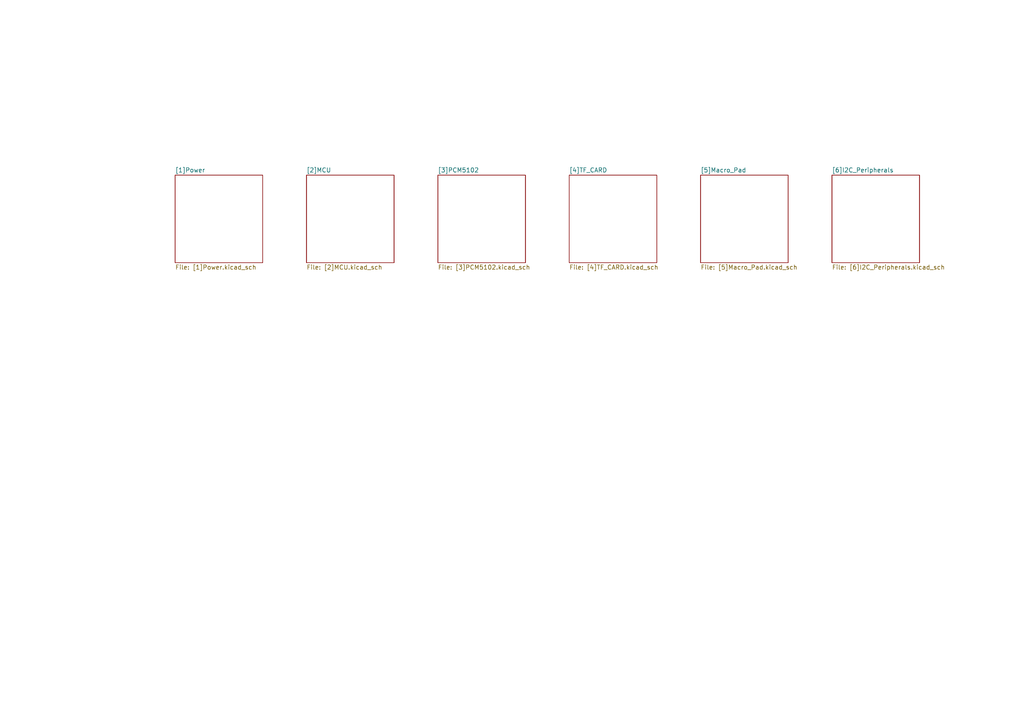
<source format=kicad_sch>
(kicad_sch
	(version 20231120)
	(generator "eeschema")
	(generator_version "8.0")
	(uuid "883c739e-d2a5-4bc8-a050-29a6043b4072")
	(paper "A4")
	(lib_symbols)
	(sheet
		(at 50.8 50.8)
		(size 25.4 25.4)
		(fields_autoplaced yes)
		(stroke
			(width 0.1524)
			(type solid)
		)
		(fill
			(color 0 0 0 0.0000)
		)
		(uuid "1577bc80-f712-4867-9ef7-56f611800069")
		(property "Sheetname" "[1]Power"
			(at 50.8 50.0884 0)
			(effects
				(font
					(size 1.27 1.27)
				)
				(justify left bottom)
			)
		)
		(property "Sheetfile" "[1]Power.kicad_sch"
			(at 50.8 76.7846 0)
			(effects
				(font
					(size 1.27 1.27)
				)
				(justify left top)
			)
		)
		(instances
			(project "rpi_pico_media_board"
				(path "/883c739e-d2a5-4bc8-a050-29a6043b4072"
					(page "2")
				)
			)
		)
	)
	(sheet
		(at 127 50.8)
		(size 25.4 25.4)
		(fields_autoplaced yes)
		(stroke
			(width 0.1524)
			(type solid)
		)
		(fill
			(color 0 0 0 0.0000)
		)
		(uuid "373bacf3-831c-41f0-9f95-7ac0a975261a")
		(property "Sheetname" "[3]PCM5102"
			(at 127 50.0884 0)
			(effects
				(font
					(size 1.27 1.27)
				)
				(justify left bottom)
			)
		)
		(property "Sheetfile" "[3]PCM5102.kicad_sch"
			(at 127 76.7846 0)
			(effects
				(font
					(size 1.27 1.27)
				)
				(justify left top)
			)
		)
		(instances
			(project "rpi_pico_media_board"
				(path "/883c739e-d2a5-4bc8-a050-29a6043b4072"
					(page "4")
				)
			)
		)
	)
	(sheet
		(at 241.3 50.8)
		(size 25.4 25.4)
		(fields_autoplaced yes)
		(stroke
			(width 0.1524)
			(type solid)
		)
		(fill
			(color 0 0 0 0.0000)
		)
		(uuid "475bb6c4-6e20-4219-b5f0-3b0e927f6712")
		(property "Sheetname" "[6]I2C_Peripherals"
			(at 241.3 50.0884 0)
			(effects
				(font
					(size 1.27 1.27)
				)
				(justify left bottom)
			)
		)
		(property "Sheetfile" "[6]I2C_Peripherals.kicad_sch"
			(at 241.3 76.7846 0)
			(effects
				(font
					(size 1.27 1.27)
				)
				(justify left top)
			)
		)
		(instances
			(project "rpi_pico_media_board"
				(path "/883c739e-d2a5-4bc8-a050-29a6043b4072"
					(page "7")
				)
			)
		)
	)
	(sheet
		(at 165.1 50.8)
		(size 25.4 25.4)
		(fields_autoplaced yes)
		(stroke
			(width 0.1524)
			(type solid)
		)
		(fill
			(color 0 0 0 0.0000)
		)
		(uuid "900388d4-7c2a-4794-9944-89b7c592f5cc")
		(property "Sheetname" "[4]TF_CARD"
			(at 165.1 50.0884 0)
			(effects
				(font
					(size 1.27 1.27)
				)
				(justify left bottom)
			)
		)
		(property "Sheetfile" "[4]TF_CARD.kicad_sch"
			(at 165.1 76.7846 0)
			(effects
				(font
					(size 1.27 1.27)
				)
				(justify left top)
			)
		)
		(instances
			(project "rpi_pico_media_board"
				(path "/883c739e-d2a5-4bc8-a050-29a6043b4072"
					(page "5")
				)
			)
		)
	)
	(sheet
		(at 88.9 50.8)
		(size 25.4 25.4)
		(fields_autoplaced yes)
		(stroke
			(width 0.1524)
			(type solid)
		)
		(fill
			(color 0 0 0 0.0000)
		)
		(uuid "c11951ca-d234-4f4a-995a-10451a30b94e")
		(property "Sheetname" "[2]MCU"
			(at 88.9 50.0884 0)
			(effects
				(font
					(size 1.27 1.27)
				)
				(justify left bottom)
			)
		)
		(property "Sheetfile" "[2]MCU.kicad_sch"
			(at 88.9 76.7846 0)
			(effects
				(font
					(size 1.27 1.27)
				)
				(justify left top)
			)
		)
		(instances
			(project "rpi_pico_media_board"
				(path "/883c739e-d2a5-4bc8-a050-29a6043b4072"
					(page "3")
				)
			)
		)
	)
	(sheet
		(at 203.2 50.8)
		(size 25.4 25.4)
		(fields_autoplaced yes)
		(stroke
			(width 0.1524)
			(type solid)
		)
		(fill
			(color 0 0 0 0.0000)
		)
		(uuid "f798aac7-9790-40a6-b797-618436fbb00c")
		(property "Sheetname" "[5]Macro_Pad"
			(at 203.2 50.0884 0)
			(effects
				(font
					(size 1.27 1.27)
				)
				(justify left bottom)
			)
		)
		(property "Sheetfile" "[5]Macro_Pad.kicad_sch"
			(at 203.2 76.7846 0)
			(effects
				(font
					(size 1.27 1.27)
				)
				(justify left top)
			)
		)
		(instances
			(project "rpi_pico_media_board"
				(path "/883c739e-d2a5-4bc8-a050-29a6043b4072"
					(page "6")
				)
			)
		)
	)
	(sheet_instances
		(path "/"
			(page "1")
		)
	)
)

</source>
